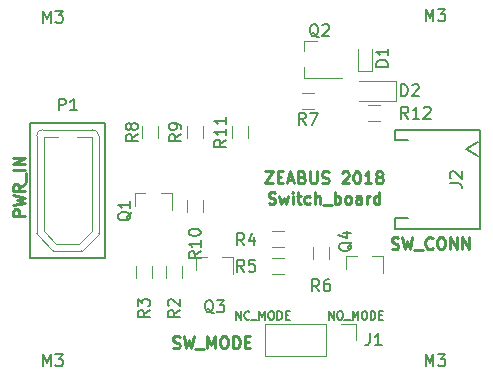
<source format=gto>
G04 #@! TF.FileFunction,Legend,Top*
%FSLAX46Y46*%
G04 Gerber Fmt 4.6, Leading zero omitted, Abs format (unit mm)*
G04 Created by KiCad (PCBNEW 4.0.7) date 02/24/18 20:28:21*
%MOMM*%
%LPD*%
G01*
G04 APERTURE LIST*
%ADD10C,0.100000*%
%ADD11C,0.175000*%
%ADD12C,0.250000*%
%ADD13C,0.120000*%
%ADD14C,0.150000*%
%ADD15C,0.152400*%
%ADD16R,1.300000X1.600000*%
%ADD17R,1.100000X1.000000*%
%ADD18R,1.400000X1.400000*%
%ADD19R,2.100000X2.100000*%
%ADD20O,2.100000X2.100000*%
%ADD21R,2.686000X2.178000*%
%ADD22C,3.956000*%
%ADD23R,1.600000X1.300000*%
%ADD24R,1.200000X2.300000*%
%ADD25R,2.300000X1.200000*%
%ADD26C,3.400000*%
G04 APERTURE END LIST*
D10*
D11*
X166897335Y-135063667D02*
X166897335Y-134363667D01*
X167297335Y-135063667D01*
X167297335Y-134363667D01*
X167764001Y-134363667D02*
X167897334Y-134363667D01*
X167964001Y-134397000D01*
X168030668Y-134463667D01*
X168064001Y-134597000D01*
X168064001Y-134830333D01*
X168030668Y-134963667D01*
X167964001Y-135030333D01*
X167897334Y-135063667D01*
X167764001Y-135063667D01*
X167697334Y-135030333D01*
X167630668Y-134963667D01*
X167597334Y-134830333D01*
X167597334Y-134597000D01*
X167630668Y-134463667D01*
X167697334Y-134397000D01*
X167764001Y-134363667D01*
X168197334Y-135130333D02*
X168730667Y-135130333D01*
X168897334Y-135063667D02*
X168897334Y-134363667D01*
X169130667Y-134863667D01*
X169364000Y-134363667D01*
X169364000Y-135063667D01*
X169830667Y-134363667D02*
X169964000Y-134363667D01*
X170030667Y-134397000D01*
X170097334Y-134463667D01*
X170130667Y-134597000D01*
X170130667Y-134830333D01*
X170097334Y-134963667D01*
X170030667Y-135030333D01*
X169964000Y-135063667D01*
X169830667Y-135063667D01*
X169764000Y-135030333D01*
X169697334Y-134963667D01*
X169664000Y-134830333D01*
X169664000Y-134597000D01*
X169697334Y-134463667D01*
X169764000Y-134397000D01*
X169830667Y-134363667D01*
X170430667Y-135063667D02*
X170430667Y-134363667D01*
X170597333Y-134363667D01*
X170697333Y-134397000D01*
X170764000Y-134463667D01*
X170797333Y-134530333D01*
X170830667Y-134663667D01*
X170830667Y-134763667D01*
X170797333Y-134897000D01*
X170764000Y-134963667D01*
X170697333Y-135030333D01*
X170597333Y-135063667D01*
X170430667Y-135063667D01*
X171130667Y-134697000D02*
X171364000Y-134697000D01*
X171464000Y-135063667D02*
X171130667Y-135063667D01*
X171130667Y-134363667D01*
X171464000Y-134363667D01*
X159040001Y-135063667D02*
X159040001Y-134363667D01*
X159440001Y-135063667D01*
X159440001Y-134363667D01*
X160173334Y-134997000D02*
X160140000Y-135030333D01*
X160040000Y-135063667D01*
X159973334Y-135063667D01*
X159873334Y-135030333D01*
X159806667Y-134963667D01*
X159773334Y-134897000D01*
X159740000Y-134763667D01*
X159740000Y-134663667D01*
X159773334Y-134530333D01*
X159806667Y-134463667D01*
X159873334Y-134397000D01*
X159973334Y-134363667D01*
X160040000Y-134363667D01*
X160140000Y-134397000D01*
X160173334Y-134430333D01*
X160306667Y-135130333D02*
X160840000Y-135130333D01*
X161006667Y-135063667D02*
X161006667Y-134363667D01*
X161240000Y-134863667D01*
X161473333Y-134363667D01*
X161473333Y-135063667D01*
X161940000Y-134363667D02*
X162073333Y-134363667D01*
X162140000Y-134397000D01*
X162206667Y-134463667D01*
X162240000Y-134597000D01*
X162240000Y-134830333D01*
X162206667Y-134963667D01*
X162140000Y-135030333D01*
X162073333Y-135063667D01*
X161940000Y-135063667D01*
X161873333Y-135030333D01*
X161806667Y-134963667D01*
X161773333Y-134830333D01*
X161773333Y-134597000D01*
X161806667Y-134463667D01*
X161873333Y-134397000D01*
X161940000Y-134363667D01*
X162540000Y-135063667D02*
X162540000Y-134363667D01*
X162706666Y-134363667D01*
X162806666Y-134397000D01*
X162873333Y-134463667D01*
X162906666Y-134530333D01*
X162940000Y-134663667D01*
X162940000Y-134763667D01*
X162906666Y-134897000D01*
X162873333Y-134963667D01*
X162806666Y-135030333D01*
X162706666Y-135063667D01*
X162540000Y-135063667D01*
X163240000Y-134697000D02*
X163473333Y-134697000D01*
X163573333Y-135063667D02*
X163240000Y-135063667D01*
X163240000Y-134363667D01*
X163573333Y-134363667D01*
D12*
X153686286Y-137437762D02*
X153829143Y-137485381D01*
X154067239Y-137485381D01*
X154162477Y-137437762D01*
X154210096Y-137390143D01*
X154257715Y-137294905D01*
X154257715Y-137199667D01*
X154210096Y-137104429D01*
X154162477Y-137056810D01*
X154067239Y-137009190D01*
X153876762Y-136961571D01*
X153781524Y-136913952D01*
X153733905Y-136866333D01*
X153686286Y-136771095D01*
X153686286Y-136675857D01*
X153733905Y-136580619D01*
X153781524Y-136533000D01*
X153876762Y-136485381D01*
X154114858Y-136485381D01*
X154257715Y-136533000D01*
X154591048Y-136485381D02*
X154829143Y-137485381D01*
X155019620Y-136771095D01*
X155210096Y-137485381D01*
X155448191Y-136485381D01*
X155591048Y-137580619D02*
X156352953Y-137580619D01*
X156591048Y-137485381D02*
X156591048Y-136485381D01*
X156924382Y-137199667D01*
X157257715Y-136485381D01*
X157257715Y-137485381D01*
X157924381Y-136485381D02*
X158114858Y-136485381D01*
X158210096Y-136533000D01*
X158305334Y-136628238D01*
X158352953Y-136818714D01*
X158352953Y-137152048D01*
X158305334Y-137342524D01*
X158210096Y-137437762D01*
X158114858Y-137485381D01*
X157924381Y-137485381D01*
X157829143Y-137437762D01*
X157733905Y-137342524D01*
X157686286Y-137152048D01*
X157686286Y-136818714D01*
X157733905Y-136628238D01*
X157829143Y-136533000D01*
X157924381Y-136485381D01*
X158781524Y-137485381D02*
X158781524Y-136485381D01*
X159019619Y-136485381D01*
X159162477Y-136533000D01*
X159257715Y-136628238D01*
X159305334Y-136723476D01*
X159352953Y-136913952D01*
X159352953Y-137056810D01*
X159305334Y-137247286D01*
X159257715Y-137342524D01*
X159162477Y-137437762D01*
X159019619Y-137485381D01*
X158781524Y-137485381D01*
X159781524Y-136961571D02*
X160114858Y-136961571D01*
X160257715Y-137485381D02*
X159781524Y-137485381D01*
X159781524Y-136485381D01*
X160257715Y-136485381D01*
X172204476Y-129055762D02*
X172347333Y-129103381D01*
X172585429Y-129103381D01*
X172680667Y-129055762D01*
X172728286Y-129008143D01*
X172775905Y-128912905D01*
X172775905Y-128817667D01*
X172728286Y-128722429D01*
X172680667Y-128674810D01*
X172585429Y-128627190D01*
X172394952Y-128579571D01*
X172299714Y-128531952D01*
X172252095Y-128484333D01*
X172204476Y-128389095D01*
X172204476Y-128293857D01*
X172252095Y-128198619D01*
X172299714Y-128151000D01*
X172394952Y-128103381D01*
X172633048Y-128103381D01*
X172775905Y-128151000D01*
X173109238Y-128103381D02*
X173347333Y-129103381D01*
X173537810Y-128389095D01*
X173728286Y-129103381D01*
X173966381Y-128103381D01*
X174109238Y-129198619D02*
X174871143Y-129198619D01*
X175680667Y-129008143D02*
X175633048Y-129055762D01*
X175490191Y-129103381D01*
X175394953Y-129103381D01*
X175252095Y-129055762D01*
X175156857Y-128960524D01*
X175109238Y-128865286D01*
X175061619Y-128674810D01*
X175061619Y-128531952D01*
X175109238Y-128341476D01*
X175156857Y-128246238D01*
X175252095Y-128151000D01*
X175394953Y-128103381D01*
X175490191Y-128103381D01*
X175633048Y-128151000D01*
X175680667Y-128198619D01*
X176299714Y-128103381D02*
X176490191Y-128103381D01*
X176585429Y-128151000D01*
X176680667Y-128246238D01*
X176728286Y-128436714D01*
X176728286Y-128770048D01*
X176680667Y-128960524D01*
X176585429Y-129055762D01*
X176490191Y-129103381D01*
X176299714Y-129103381D01*
X176204476Y-129055762D01*
X176109238Y-128960524D01*
X176061619Y-128770048D01*
X176061619Y-128436714D01*
X176109238Y-128246238D01*
X176204476Y-128151000D01*
X176299714Y-128103381D01*
X177156857Y-129103381D02*
X177156857Y-128103381D01*
X177728286Y-129103381D01*
X177728286Y-128103381D01*
X178204476Y-129103381D02*
X178204476Y-128103381D01*
X178775905Y-129103381D01*
X178775905Y-128103381D01*
X141168381Y-126301190D02*
X140168381Y-126301190D01*
X140168381Y-125920237D01*
X140216000Y-125824999D01*
X140263619Y-125777380D01*
X140358857Y-125729761D01*
X140501714Y-125729761D01*
X140596952Y-125777380D01*
X140644571Y-125824999D01*
X140692190Y-125920237D01*
X140692190Y-126301190D01*
X140168381Y-125396428D02*
X141168381Y-125158333D01*
X140454095Y-124967856D01*
X141168381Y-124777380D01*
X140168381Y-124539285D01*
X141168381Y-123586904D02*
X140692190Y-123920238D01*
X141168381Y-124158333D02*
X140168381Y-124158333D01*
X140168381Y-123777380D01*
X140216000Y-123682142D01*
X140263619Y-123634523D01*
X140358857Y-123586904D01*
X140501714Y-123586904D01*
X140596952Y-123634523D01*
X140644571Y-123682142D01*
X140692190Y-123777380D01*
X140692190Y-124158333D01*
X141263619Y-123396428D02*
X141263619Y-122634523D01*
X141168381Y-122396428D02*
X140168381Y-122396428D01*
X141168381Y-121920238D02*
X140168381Y-121920238D01*
X141168381Y-121348809D01*
X140168381Y-121348809D01*
X161497000Y-122529381D02*
X162163667Y-122529381D01*
X161497000Y-123529381D01*
X162163667Y-123529381D01*
X162544619Y-123005571D02*
X162877953Y-123005571D01*
X163020810Y-123529381D02*
X162544619Y-123529381D01*
X162544619Y-122529381D01*
X163020810Y-122529381D01*
X163401762Y-123243667D02*
X163877953Y-123243667D01*
X163306524Y-123529381D02*
X163639857Y-122529381D01*
X163973191Y-123529381D01*
X164639858Y-123005571D02*
X164782715Y-123053190D01*
X164830334Y-123100810D01*
X164877953Y-123196048D01*
X164877953Y-123338905D01*
X164830334Y-123434143D01*
X164782715Y-123481762D01*
X164687477Y-123529381D01*
X164306524Y-123529381D01*
X164306524Y-122529381D01*
X164639858Y-122529381D01*
X164735096Y-122577000D01*
X164782715Y-122624619D01*
X164830334Y-122719857D01*
X164830334Y-122815095D01*
X164782715Y-122910333D01*
X164735096Y-122957952D01*
X164639858Y-123005571D01*
X164306524Y-123005571D01*
X165306524Y-122529381D02*
X165306524Y-123338905D01*
X165354143Y-123434143D01*
X165401762Y-123481762D01*
X165497000Y-123529381D01*
X165687477Y-123529381D01*
X165782715Y-123481762D01*
X165830334Y-123434143D01*
X165877953Y-123338905D01*
X165877953Y-122529381D01*
X166306524Y-123481762D02*
X166449381Y-123529381D01*
X166687477Y-123529381D01*
X166782715Y-123481762D01*
X166830334Y-123434143D01*
X166877953Y-123338905D01*
X166877953Y-123243667D01*
X166830334Y-123148429D01*
X166782715Y-123100810D01*
X166687477Y-123053190D01*
X166497000Y-123005571D01*
X166401762Y-122957952D01*
X166354143Y-122910333D01*
X166306524Y-122815095D01*
X166306524Y-122719857D01*
X166354143Y-122624619D01*
X166401762Y-122577000D01*
X166497000Y-122529381D01*
X166735096Y-122529381D01*
X166877953Y-122577000D01*
X168020810Y-122624619D02*
X168068429Y-122577000D01*
X168163667Y-122529381D01*
X168401763Y-122529381D01*
X168497001Y-122577000D01*
X168544620Y-122624619D01*
X168592239Y-122719857D01*
X168592239Y-122815095D01*
X168544620Y-122957952D01*
X167973191Y-123529381D01*
X168592239Y-123529381D01*
X169211286Y-122529381D02*
X169306525Y-122529381D01*
X169401763Y-122577000D01*
X169449382Y-122624619D01*
X169497001Y-122719857D01*
X169544620Y-122910333D01*
X169544620Y-123148429D01*
X169497001Y-123338905D01*
X169449382Y-123434143D01*
X169401763Y-123481762D01*
X169306525Y-123529381D01*
X169211286Y-123529381D01*
X169116048Y-123481762D01*
X169068429Y-123434143D01*
X169020810Y-123338905D01*
X168973191Y-123148429D01*
X168973191Y-122910333D01*
X169020810Y-122719857D01*
X169068429Y-122624619D01*
X169116048Y-122577000D01*
X169211286Y-122529381D01*
X170497001Y-123529381D02*
X169925572Y-123529381D01*
X170211286Y-123529381D02*
X170211286Y-122529381D01*
X170116048Y-122672238D01*
X170020810Y-122767476D01*
X169925572Y-122815095D01*
X171068429Y-122957952D02*
X170973191Y-122910333D01*
X170925572Y-122862714D01*
X170877953Y-122767476D01*
X170877953Y-122719857D01*
X170925572Y-122624619D01*
X170973191Y-122577000D01*
X171068429Y-122529381D01*
X171258906Y-122529381D01*
X171354144Y-122577000D01*
X171401763Y-122624619D01*
X171449382Y-122719857D01*
X171449382Y-122767476D01*
X171401763Y-122862714D01*
X171354144Y-122910333D01*
X171258906Y-122957952D01*
X171068429Y-122957952D01*
X170973191Y-123005571D01*
X170925572Y-123053190D01*
X170877953Y-123148429D01*
X170877953Y-123338905D01*
X170925572Y-123434143D01*
X170973191Y-123481762D01*
X171068429Y-123529381D01*
X171258906Y-123529381D01*
X171354144Y-123481762D01*
X171401763Y-123434143D01*
X171449382Y-123338905D01*
X171449382Y-123148429D01*
X171401763Y-123053190D01*
X171354144Y-123005571D01*
X171258906Y-122957952D01*
X161782714Y-125231762D02*
X161925571Y-125279381D01*
X162163667Y-125279381D01*
X162258905Y-125231762D01*
X162306524Y-125184143D01*
X162354143Y-125088905D01*
X162354143Y-124993667D01*
X162306524Y-124898429D01*
X162258905Y-124850810D01*
X162163667Y-124803190D01*
X161973190Y-124755571D01*
X161877952Y-124707952D01*
X161830333Y-124660333D01*
X161782714Y-124565095D01*
X161782714Y-124469857D01*
X161830333Y-124374619D01*
X161877952Y-124327000D01*
X161973190Y-124279381D01*
X162211286Y-124279381D01*
X162354143Y-124327000D01*
X162687476Y-124612714D02*
X162877952Y-125279381D01*
X163068429Y-124803190D01*
X163258905Y-125279381D01*
X163449381Y-124612714D01*
X163830333Y-125279381D02*
X163830333Y-124612714D01*
X163830333Y-124279381D02*
X163782714Y-124327000D01*
X163830333Y-124374619D01*
X163877952Y-124327000D01*
X163830333Y-124279381D01*
X163830333Y-124374619D01*
X164163666Y-124612714D02*
X164544618Y-124612714D01*
X164306523Y-124279381D02*
X164306523Y-125136524D01*
X164354142Y-125231762D01*
X164449380Y-125279381D01*
X164544618Y-125279381D01*
X165306524Y-125231762D02*
X165211286Y-125279381D01*
X165020809Y-125279381D01*
X164925571Y-125231762D01*
X164877952Y-125184143D01*
X164830333Y-125088905D01*
X164830333Y-124803190D01*
X164877952Y-124707952D01*
X164925571Y-124660333D01*
X165020809Y-124612714D01*
X165211286Y-124612714D01*
X165306524Y-124660333D01*
X165735095Y-125279381D02*
X165735095Y-124279381D01*
X166163667Y-125279381D02*
X166163667Y-124755571D01*
X166116048Y-124660333D01*
X166020810Y-124612714D01*
X165877952Y-124612714D01*
X165782714Y-124660333D01*
X165735095Y-124707952D01*
X166401762Y-125374619D02*
X167163667Y-125374619D01*
X167401762Y-125279381D02*
X167401762Y-124279381D01*
X167401762Y-124660333D02*
X167497000Y-124612714D01*
X167687477Y-124612714D01*
X167782715Y-124660333D01*
X167830334Y-124707952D01*
X167877953Y-124803190D01*
X167877953Y-125088905D01*
X167830334Y-125184143D01*
X167782715Y-125231762D01*
X167687477Y-125279381D01*
X167497000Y-125279381D01*
X167401762Y-125231762D01*
X168449381Y-125279381D02*
X168354143Y-125231762D01*
X168306524Y-125184143D01*
X168258905Y-125088905D01*
X168258905Y-124803190D01*
X168306524Y-124707952D01*
X168354143Y-124660333D01*
X168449381Y-124612714D01*
X168592239Y-124612714D01*
X168687477Y-124660333D01*
X168735096Y-124707952D01*
X168782715Y-124803190D01*
X168782715Y-125088905D01*
X168735096Y-125184143D01*
X168687477Y-125231762D01*
X168592239Y-125279381D01*
X168449381Y-125279381D01*
X169639858Y-125279381D02*
X169639858Y-124755571D01*
X169592239Y-124660333D01*
X169497001Y-124612714D01*
X169306524Y-124612714D01*
X169211286Y-124660333D01*
X169639858Y-125231762D02*
X169544620Y-125279381D01*
X169306524Y-125279381D01*
X169211286Y-125231762D01*
X169163667Y-125136524D01*
X169163667Y-125041286D01*
X169211286Y-124946048D01*
X169306524Y-124898429D01*
X169544620Y-124898429D01*
X169639858Y-124850810D01*
X170116048Y-125279381D02*
X170116048Y-124612714D01*
X170116048Y-124803190D02*
X170163667Y-124707952D01*
X170211286Y-124660333D01*
X170306524Y-124612714D01*
X170401763Y-124612714D01*
X171163668Y-125279381D02*
X171163668Y-124279381D01*
X171163668Y-125231762D02*
X171068430Y-125279381D01*
X170877953Y-125279381D01*
X170782715Y-125231762D01*
X170735096Y-125184143D01*
X170687477Y-125088905D01*
X170687477Y-124803190D01*
X170735096Y-124707952D01*
X170782715Y-124660333D01*
X170877953Y-124612714D01*
X171068430Y-124612714D01*
X171163668Y-124660333D01*
D13*
X150577000Y-131521000D02*
X150577000Y-130521000D01*
X151937000Y-130521000D02*
X151937000Y-131521000D01*
X169326000Y-113988000D02*
X170526000Y-113988000D01*
X169326000Y-112138000D02*
X169326000Y-113988000D01*
X170526000Y-112138000D02*
X170526000Y-113988000D01*
X172588000Y-116547000D02*
X172588000Y-114847000D01*
X172588000Y-114847000D02*
X169438000Y-114847000D01*
X172588000Y-116547000D02*
X169438000Y-116547000D01*
X161484000Y-135449000D02*
X161484000Y-138109000D01*
X166624000Y-135449000D02*
X161484000Y-135449000D01*
X166624000Y-138109000D02*
X161484000Y-138109000D01*
X166624000Y-135449000D02*
X166624000Y-138109000D01*
X167894000Y-135449000D02*
X169224000Y-135449000D01*
X169224000Y-135449000D02*
X169224000Y-136779000D01*
D14*
X172493000Y-126490000D02*
X173609000Y-126490000D01*
X172493000Y-119890000D02*
X173609000Y-119890000D01*
D15*
X172493000Y-118975000D02*
X179703000Y-118975000D01*
X172493000Y-127405000D02*
X172493000Y-126490000D01*
D14*
X178495600Y-120648100D02*
X179495600Y-120048100D01*
X178495600Y-120648100D02*
X179495600Y-121248100D01*
D15*
X172493000Y-118975000D02*
X172493000Y-119890000D01*
X179703000Y-127405000D02*
X179703000Y-118975000D01*
X172493000Y-127405000D02*
X179703000Y-127405000D01*
D14*
X147970000Y-118415000D02*
X141560000Y-118415000D01*
X147970000Y-118415000D02*
X147980000Y-129825000D01*
D10*
X146903820Y-118991900D02*
X142653820Y-118991900D01*
X142153820Y-119491900D02*
X142153820Y-127783717D01*
X142159555Y-127797736D02*
X143572942Y-129235919D01*
X143587206Y-129241900D02*
X145970434Y-129241900D01*
X145984698Y-129235919D02*
X147398085Y-127797736D01*
X147403820Y-127783717D02*
X147403820Y-119491900D01*
X142159555Y-127797736D02*
G75*
G02X142153820Y-127783717I14265J14019D01*
G01*
X143587207Y-129241900D02*
G75*
G02X143572942Y-129235919I-1J20000D01*
G01*
X145984699Y-129235919D02*
G75*
G02X145970434Y-129241900I-14265J14019D01*
G01*
X146903820Y-118991900D02*
G75*
G02X147403820Y-119491900I0J-500000D01*
G01*
X143830410Y-128641900D02*
X145727230Y-128641900D01*
X142753820Y-119591900D02*
X142753820Y-127546423D01*
X145727230Y-128641900D02*
X146803820Y-127546423D01*
X146803820Y-119591900D02*
X146803820Y-122445679D01*
X146803820Y-127538240D02*
X146803820Y-119611900D01*
X143830410Y-128641900D02*
X142753820Y-127546423D01*
X142753820Y-119591900D02*
X146803820Y-119591900D01*
X143912433Y-127116273D02*
G75*
G02X143778820Y-126616900I866387J499373D01*
G01*
X145778820Y-126616900D02*
G75*
G02X145644845Y-127116900I-1000000J0D01*
G01*
X145778820Y-121489900D02*
G75*
G02X143778820Y-121489900I-1000000J0D01*
G01*
X145645207Y-120990527D02*
G75*
G02X145778820Y-121489900I-866387J-499373D01*
G01*
X143778820Y-121489900D02*
G75*
G02X143912795Y-120989900I1000000J0D01*
G01*
X143778820Y-126616900D02*
G75*
G02X145778820Y-126616900I1000000J0D01*
G01*
X145644846Y-127116900D02*
G75*
G02X143912795Y-127116900I-866026J500000D01*
G01*
X143912794Y-120989900D02*
G75*
G02X145644845Y-120989900I866026J-500000D01*
G01*
X142153820Y-119491900D02*
G75*
G02X142653820Y-118991900I500000J0D01*
G01*
X146903820Y-118991900D02*
G75*
G02X147403820Y-119491900I0J-500000D01*
G01*
X146903820Y-118991900D02*
G75*
G02X147403820Y-119491900I0J-500000D01*
G01*
X147403821Y-127783717D02*
G75*
G02X147398085Y-127797736I-20001J0D01*
G01*
X145984699Y-129235919D02*
G75*
G02X145970434Y-129241900I-14265J14019D01*
G01*
X143587207Y-129241900D02*
G75*
G02X143572942Y-129235919I-1J20000D01*
G01*
X142159555Y-127797736D02*
G75*
G02X142153820Y-127783717I14265J14019D01*
G01*
X145778820Y-121489900D02*
G75*
G02X143778820Y-121489900I-1000000J0D01*
G01*
X145645207Y-120990527D02*
G75*
G02X145778820Y-121489900I-866387J-499373D01*
G01*
X143778820Y-121489900D02*
G75*
G02X143912795Y-120989900I1000000J0D01*
G01*
X143778820Y-126616900D02*
G75*
G02X145778820Y-126616900I1000000J0D01*
G01*
X145644846Y-127116900D02*
G75*
G02X143912795Y-127116900I-866026J500000D01*
G01*
X143912794Y-120989900D02*
G75*
G02X145644845Y-120989900I866026J-500000D01*
G01*
X142153820Y-119491900D02*
G75*
G02X142653820Y-118991900I500000J0D01*
G01*
X146903820Y-118991900D02*
G75*
G02X147403820Y-119491900I0J-500000D01*
G01*
X146903820Y-118991900D02*
G75*
G02X147403820Y-119491900I0J-500000D01*
G01*
X147403821Y-127783717D02*
G75*
G02X147398085Y-127797736I-20001J0D01*
G01*
X145984699Y-129235919D02*
G75*
G02X145970434Y-129241900I-14265J14019D01*
G01*
X143587207Y-129241900D02*
G75*
G02X143572942Y-129235919I-1J20000D01*
G01*
X142159555Y-127797736D02*
G75*
G02X142153820Y-127783717I14265J14019D01*
G01*
X146903820Y-118991900D02*
X142653820Y-118991900D01*
X142153820Y-119491900D02*
X142153820Y-127783717D01*
X142159555Y-127797736D02*
X143572942Y-129235919D01*
X143587206Y-129241900D02*
X145970434Y-129241900D01*
X145984698Y-129235919D02*
X147398085Y-127797736D01*
X147403820Y-127783717D02*
X147403820Y-119491900D01*
X142159555Y-127797736D02*
G75*
G02X142153820Y-127783717I14265J14019D01*
G01*
X143587207Y-129241900D02*
G75*
G02X143572942Y-129235919I-1J20000D01*
G01*
X145984699Y-129235919D02*
G75*
G02X145970434Y-129241900I-14265J14019D01*
G01*
X146903820Y-118991900D02*
G75*
G02X147403820Y-119491900I0J-500000D01*
G01*
X143830410Y-128641900D02*
X145727230Y-128641900D01*
X142753820Y-119591900D02*
X142753820Y-127546423D01*
X145727230Y-128641900D02*
X146803820Y-127546423D01*
X146803820Y-119591900D02*
X146803820Y-122445679D01*
X146803820Y-127538240D02*
X146803820Y-119611900D01*
X143830410Y-128641900D02*
X142753820Y-127546423D01*
X142753820Y-119591900D02*
X146803820Y-119591900D01*
X143912433Y-127116273D02*
G75*
G02X143778820Y-126616900I866387J499373D01*
G01*
X145778820Y-126616900D02*
G75*
G02X145644845Y-127116900I-1000000J0D01*
G01*
D14*
X147970000Y-118415000D02*
X147980000Y-129825000D01*
X141560000Y-118415000D02*
X141570000Y-129825000D01*
X141560000Y-118415000D02*
X141570000Y-129825000D01*
X147980000Y-129825000D02*
X141570000Y-129825000D01*
D13*
X153117000Y-131564000D02*
X153117000Y-130564000D01*
X154477000Y-130564000D02*
X154477000Y-131564000D01*
X163060000Y-128950000D02*
X162060000Y-128950000D01*
X162060000Y-127590000D02*
X163060000Y-127590000D01*
X162060000Y-129876000D02*
X163060000Y-129876000D01*
X163060000Y-131236000D02*
X162060000Y-131236000D01*
X166923000Y-128913000D02*
X166923000Y-129913000D01*
X165563000Y-129913000D02*
X165563000Y-128913000D01*
X164600000Y-115906000D02*
X165600000Y-115906000D01*
X165600000Y-117266000D02*
X164600000Y-117266000D01*
X151085000Y-119710000D02*
X151085000Y-118710000D01*
X152445000Y-118710000D02*
X152445000Y-119710000D01*
X154895000Y-119710000D02*
X154895000Y-118710000D01*
X156255000Y-118710000D02*
X156255000Y-119710000D01*
X156255000Y-124933000D02*
X156255000Y-125933000D01*
X154895000Y-125933000D02*
X154895000Y-124933000D01*
X158705000Y-119710000D02*
X158705000Y-118710000D01*
X160065000Y-118710000D02*
X160065000Y-119710000D01*
X171188000Y-118282000D02*
X170188000Y-118282000D01*
X170188000Y-116922000D02*
X171188000Y-116922000D01*
X153599000Y-124335000D02*
X152669000Y-124335000D01*
X150439000Y-124335000D02*
X151369000Y-124335000D01*
X150439000Y-124335000D02*
X150439000Y-127495000D01*
X153599000Y-124335000D02*
X153599000Y-125795000D01*
X164824000Y-111450000D02*
X164824000Y-112380000D01*
X164824000Y-114610000D02*
X164824000Y-113680000D01*
X164824000Y-114610000D02*
X167984000Y-114610000D01*
X164824000Y-111450000D02*
X166284000Y-111450000D01*
X158806000Y-129772000D02*
X157876000Y-129772000D01*
X155646000Y-129772000D02*
X156576000Y-129772000D01*
X155646000Y-129772000D02*
X155646000Y-132932000D01*
X158806000Y-129772000D02*
X158806000Y-131232000D01*
X171506000Y-129669000D02*
X170576000Y-129669000D01*
X168346000Y-129669000D02*
X169276000Y-129669000D01*
X168346000Y-129669000D02*
X168346000Y-132829000D01*
X171506000Y-129669000D02*
X171506000Y-131129000D01*
D14*
X151709381Y-134278666D02*
X151233190Y-134612000D01*
X151709381Y-134850095D02*
X150709381Y-134850095D01*
X150709381Y-134469142D01*
X150757000Y-134373904D01*
X150804619Y-134326285D01*
X150899857Y-134278666D01*
X151042714Y-134278666D01*
X151137952Y-134326285D01*
X151185571Y-134373904D01*
X151233190Y-134469142D01*
X151233190Y-134850095D01*
X150709381Y-133945333D02*
X150709381Y-133326285D01*
X151090333Y-133659619D01*
X151090333Y-133516761D01*
X151137952Y-133421523D01*
X151185571Y-133373904D01*
X151280810Y-133326285D01*
X151518905Y-133326285D01*
X151614143Y-133373904D01*
X151661762Y-133421523D01*
X151709381Y-133516761D01*
X151709381Y-133802476D01*
X151661762Y-133897714D01*
X151614143Y-133945333D01*
X171902381Y-113641095D02*
X170902381Y-113641095D01*
X170902381Y-113403000D01*
X170950000Y-113260142D01*
X171045238Y-113164904D01*
X171140476Y-113117285D01*
X171330952Y-113069666D01*
X171473810Y-113069666D01*
X171664286Y-113117285D01*
X171759524Y-113164904D01*
X171854762Y-113260142D01*
X171902381Y-113403000D01*
X171902381Y-113641095D01*
X171902381Y-112117285D02*
X171902381Y-112688714D01*
X171902381Y-112403000D02*
X170902381Y-112403000D01*
X171045238Y-112498238D01*
X171140476Y-112593476D01*
X171188095Y-112688714D01*
X172997905Y-116149381D02*
X172997905Y-115149381D01*
X173236000Y-115149381D01*
X173378858Y-115197000D01*
X173474096Y-115292238D01*
X173521715Y-115387476D01*
X173569334Y-115577952D01*
X173569334Y-115720810D01*
X173521715Y-115911286D01*
X173474096Y-116006524D01*
X173378858Y-116101762D01*
X173236000Y-116149381D01*
X172997905Y-116149381D01*
X173950286Y-115244619D02*
X173997905Y-115197000D01*
X174093143Y-115149381D01*
X174331239Y-115149381D01*
X174426477Y-115197000D01*
X174474096Y-115244619D01*
X174521715Y-115339857D01*
X174521715Y-115435095D01*
X174474096Y-115577952D01*
X173902667Y-116149381D01*
X174521715Y-116149381D01*
X170354667Y-136231381D02*
X170354667Y-136945667D01*
X170307047Y-137088524D01*
X170211809Y-137183762D01*
X170068952Y-137231381D01*
X169973714Y-137231381D01*
X171354667Y-137231381D02*
X170783238Y-137231381D01*
X171068952Y-137231381D02*
X171068952Y-136231381D01*
X170973714Y-136374238D01*
X170878476Y-136469476D01*
X170783238Y-136517095D01*
X177125381Y-123523333D02*
X177839667Y-123523333D01*
X177982524Y-123570953D01*
X178077762Y-123666191D01*
X178125381Y-123809048D01*
X178125381Y-123904286D01*
X177220619Y-123094762D02*
X177173000Y-123047143D01*
X177125381Y-122951905D01*
X177125381Y-122713809D01*
X177173000Y-122618571D01*
X177220619Y-122570952D01*
X177315857Y-122523333D01*
X177411095Y-122523333D01*
X177553952Y-122570952D01*
X178125381Y-123142381D01*
X178125381Y-122523333D01*
X144041905Y-117357381D02*
X144041905Y-116357381D01*
X144422858Y-116357381D01*
X144518096Y-116405000D01*
X144565715Y-116452619D01*
X144613334Y-116547857D01*
X144613334Y-116690714D01*
X144565715Y-116785952D01*
X144518096Y-116833571D01*
X144422858Y-116881190D01*
X144041905Y-116881190D01*
X145565715Y-117357381D02*
X144994286Y-117357381D01*
X145280000Y-117357381D02*
X145280000Y-116357381D01*
X145184762Y-116500238D01*
X145089524Y-116595476D01*
X144994286Y-116643095D01*
X154249381Y-134278666D02*
X153773190Y-134612000D01*
X154249381Y-134850095D02*
X153249381Y-134850095D01*
X153249381Y-134469142D01*
X153297000Y-134373904D01*
X153344619Y-134326285D01*
X153439857Y-134278666D01*
X153582714Y-134278666D01*
X153677952Y-134326285D01*
X153725571Y-134373904D01*
X153773190Y-134469142D01*
X153773190Y-134850095D01*
X153344619Y-133897714D02*
X153297000Y-133850095D01*
X153249381Y-133754857D01*
X153249381Y-133516761D01*
X153297000Y-133421523D01*
X153344619Y-133373904D01*
X153439857Y-133326285D01*
X153535095Y-133326285D01*
X153677952Y-133373904D01*
X154249381Y-133945333D01*
X154249381Y-133326285D01*
X159726334Y-128773181D02*
X159393000Y-128296990D01*
X159154905Y-128773181D02*
X159154905Y-127773181D01*
X159535858Y-127773181D01*
X159631096Y-127820800D01*
X159678715Y-127868419D01*
X159726334Y-127963657D01*
X159726334Y-128106514D01*
X159678715Y-128201752D01*
X159631096Y-128249371D01*
X159535858Y-128296990D01*
X159154905Y-128296990D01*
X160583477Y-128106514D02*
X160583477Y-128773181D01*
X160345381Y-127725562D02*
X160107286Y-128439848D01*
X160726334Y-128439848D01*
X159726334Y-131008381D02*
X159393000Y-130532190D01*
X159154905Y-131008381D02*
X159154905Y-130008381D01*
X159535858Y-130008381D01*
X159631096Y-130056000D01*
X159678715Y-130103619D01*
X159726334Y-130198857D01*
X159726334Y-130341714D01*
X159678715Y-130436952D01*
X159631096Y-130484571D01*
X159535858Y-130532190D01*
X159154905Y-130532190D01*
X160631096Y-130008381D02*
X160154905Y-130008381D01*
X160107286Y-130484571D01*
X160154905Y-130436952D01*
X160250143Y-130389333D01*
X160488239Y-130389333D01*
X160583477Y-130436952D01*
X160631096Y-130484571D01*
X160678715Y-130579810D01*
X160678715Y-130817905D01*
X160631096Y-130913143D01*
X160583477Y-130960762D01*
X160488239Y-131008381D01*
X160250143Y-131008381D01*
X160154905Y-130960762D01*
X160107286Y-130913143D01*
X166076334Y-132659381D02*
X165743000Y-132183190D01*
X165504905Y-132659381D02*
X165504905Y-131659381D01*
X165885858Y-131659381D01*
X165981096Y-131707000D01*
X166028715Y-131754619D01*
X166076334Y-131849857D01*
X166076334Y-131992714D01*
X166028715Y-132087952D01*
X165981096Y-132135571D01*
X165885858Y-132183190D01*
X165504905Y-132183190D01*
X166933477Y-131659381D02*
X166743000Y-131659381D01*
X166647762Y-131707000D01*
X166600143Y-131754619D01*
X166504905Y-131897476D01*
X166457286Y-132087952D01*
X166457286Y-132468905D01*
X166504905Y-132564143D01*
X166552524Y-132611762D01*
X166647762Y-132659381D01*
X166838239Y-132659381D01*
X166933477Y-132611762D01*
X166981096Y-132564143D01*
X167028715Y-132468905D01*
X167028715Y-132230810D01*
X166981096Y-132135571D01*
X166933477Y-132087952D01*
X166838239Y-132040333D01*
X166647762Y-132040333D01*
X166552524Y-132087952D01*
X166504905Y-132135571D01*
X166457286Y-132230810D01*
X164933334Y-118562381D02*
X164600000Y-118086190D01*
X164361905Y-118562381D02*
X164361905Y-117562381D01*
X164742858Y-117562381D01*
X164838096Y-117610000D01*
X164885715Y-117657619D01*
X164933334Y-117752857D01*
X164933334Y-117895714D01*
X164885715Y-117990952D01*
X164838096Y-118038571D01*
X164742858Y-118086190D01*
X164361905Y-118086190D01*
X165266667Y-117562381D02*
X165933334Y-117562381D01*
X165504762Y-118562381D01*
X150693381Y-119376666D02*
X150217190Y-119710000D01*
X150693381Y-119948095D02*
X149693381Y-119948095D01*
X149693381Y-119567142D01*
X149741000Y-119471904D01*
X149788619Y-119424285D01*
X149883857Y-119376666D01*
X150026714Y-119376666D01*
X150121952Y-119424285D01*
X150169571Y-119471904D01*
X150217190Y-119567142D01*
X150217190Y-119948095D01*
X150121952Y-118805238D02*
X150074333Y-118900476D01*
X150026714Y-118948095D01*
X149931476Y-118995714D01*
X149883857Y-118995714D01*
X149788619Y-118948095D01*
X149741000Y-118900476D01*
X149693381Y-118805238D01*
X149693381Y-118614761D01*
X149741000Y-118519523D01*
X149788619Y-118471904D01*
X149883857Y-118424285D01*
X149931476Y-118424285D01*
X150026714Y-118471904D01*
X150074333Y-118519523D01*
X150121952Y-118614761D01*
X150121952Y-118805238D01*
X150169571Y-118900476D01*
X150217190Y-118948095D01*
X150312429Y-118995714D01*
X150502905Y-118995714D01*
X150598143Y-118948095D01*
X150645762Y-118900476D01*
X150693381Y-118805238D01*
X150693381Y-118614761D01*
X150645762Y-118519523D01*
X150598143Y-118471904D01*
X150502905Y-118424285D01*
X150312429Y-118424285D01*
X150217190Y-118471904D01*
X150169571Y-118519523D01*
X150121952Y-118614761D01*
X154376381Y-119376666D02*
X153900190Y-119710000D01*
X154376381Y-119948095D02*
X153376381Y-119948095D01*
X153376381Y-119567142D01*
X153424000Y-119471904D01*
X153471619Y-119424285D01*
X153566857Y-119376666D01*
X153709714Y-119376666D01*
X153804952Y-119424285D01*
X153852571Y-119471904D01*
X153900190Y-119567142D01*
X153900190Y-119948095D01*
X154376381Y-118900476D02*
X154376381Y-118710000D01*
X154328762Y-118614761D01*
X154281143Y-118567142D01*
X154138286Y-118471904D01*
X153947810Y-118424285D01*
X153566857Y-118424285D01*
X153471619Y-118471904D01*
X153424000Y-118519523D01*
X153376381Y-118614761D01*
X153376381Y-118805238D01*
X153424000Y-118900476D01*
X153471619Y-118948095D01*
X153566857Y-118995714D01*
X153804952Y-118995714D01*
X153900190Y-118948095D01*
X153947810Y-118900476D01*
X153995429Y-118805238D01*
X153995429Y-118614761D01*
X153947810Y-118519523D01*
X153900190Y-118471904D01*
X153804952Y-118424285D01*
X156027381Y-129293857D02*
X155551190Y-129627191D01*
X156027381Y-129865286D02*
X155027381Y-129865286D01*
X155027381Y-129484333D01*
X155075000Y-129389095D01*
X155122619Y-129341476D01*
X155217857Y-129293857D01*
X155360714Y-129293857D01*
X155455952Y-129341476D01*
X155503571Y-129389095D01*
X155551190Y-129484333D01*
X155551190Y-129865286D01*
X156027381Y-128341476D02*
X156027381Y-128912905D01*
X156027381Y-128627191D02*
X155027381Y-128627191D01*
X155170238Y-128722429D01*
X155265476Y-128817667D01*
X155313095Y-128912905D01*
X155027381Y-127722429D02*
X155027381Y-127627190D01*
X155075000Y-127531952D01*
X155122619Y-127484333D01*
X155217857Y-127436714D01*
X155408333Y-127389095D01*
X155646429Y-127389095D01*
X155836905Y-127436714D01*
X155932143Y-127484333D01*
X155979762Y-127531952D01*
X156027381Y-127627190D01*
X156027381Y-127722429D01*
X155979762Y-127817667D01*
X155932143Y-127865286D01*
X155836905Y-127912905D01*
X155646429Y-127960524D01*
X155408333Y-127960524D01*
X155217857Y-127912905D01*
X155122619Y-127865286D01*
X155075000Y-127817667D01*
X155027381Y-127722429D01*
X158186381Y-119852857D02*
X157710190Y-120186191D01*
X158186381Y-120424286D02*
X157186381Y-120424286D01*
X157186381Y-120043333D01*
X157234000Y-119948095D01*
X157281619Y-119900476D01*
X157376857Y-119852857D01*
X157519714Y-119852857D01*
X157614952Y-119900476D01*
X157662571Y-119948095D01*
X157710190Y-120043333D01*
X157710190Y-120424286D01*
X158186381Y-118900476D02*
X158186381Y-119471905D01*
X158186381Y-119186191D02*
X157186381Y-119186191D01*
X157329238Y-119281429D01*
X157424476Y-119376667D01*
X157472095Y-119471905D01*
X158186381Y-117948095D02*
X158186381Y-118519524D01*
X158186381Y-118233810D02*
X157186381Y-118233810D01*
X157329238Y-118329048D01*
X157424476Y-118424286D01*
X157472095Y-118519524D01*
X173601143Y-118054381D02*
X173267809Y-117578190D01*
X173029714Y-118054381D02*
X173029714Y-117054381D01*
X173410667Y-117054381D01*
X173505905Y-117102000D01*
X173553524Y-117149619D01*
X173601143Y-117244857D01*
X173601143Y-117387714D01*
X173553524Y-117482952D01*
X173505905Y-117530571D01*
X173410667Y-117578190D01*
X173029714Y-117578190D01*
X174553524Y-118054381D02*
X173982095Y-118054381D01*
X174267809Y-118054381D02*
X174267809Y-117054381D01*
X174172571Y-117197238D01*
X174077333Y-117292476D01*
X173982095Y-117340095D01*
X174934476Y-117149619D02*
X174982095Y-117102000D01*
X175077333Y-117054381D01*
X175315429Y-117054381D01*
X175410667Y-117102000D01*
X175458286Y-117149619D01*
X175505905Y-117244857D01*
X175505905Y-117340095D01*
X175458286Y-117482952D01*
X174886857Y-118054381D01*
X175505905Y-118054381D01*
X150153619Y-125952238D02*
X150106000Y-126047476D01*
X150010762Y-126142714D01*
X149867905Y-126285571D01*
X149820286Y-126380810D01*
X149820286Y-126476048D01*
X150058381Y-126428429D02*
X150010762Y-126523667D01*
X149915524Y-126618905D01*
X149725048Y-126666524D01*
X149391714Y-126666524D01*
X149201238Y-126618905D01*
X149106000Y-126523667D01*
X149058381Y-126428429D01*
X149058381Y-126237952D01*
X149106000Y-126142714D01*
X149201238Y-126047476D01*
X149391714Y-125999857D01*
X149725048Y-125999857D01*
X149915524Y-126047476D01*
X150010762Y-126142714D01*
X150058381Y-126237952D01*
X150058381Y-126428429D01*
X150058381Y-125047476D02*
X150058381Y-125618905D01*
X150058381Y-125333191D02*
X149058381Y-125333191D01*
X149201238Y-125428429D01*
X149296476Y-125523667D01*
X149344095Y-125618905D01*
X166020762Y-111164619D02*
X165925524Y-111117000D01*
X165830286Y-111021762D01*
X165687429Y-110878905D01*
X165592190Y-110831286D01*
X165496952Y-110831286D01*
X165544571Y-111069381D02*
X165449333Y-111021762D01*
X165354095Y-110926524D01*
X165306476Y-110736048D01*
X165306476Y-110402714D01*
X165354095Y-110212238D01*
X165449333Y-110117000D01*
X165544571Y-110069381D01*
X165735048Y-110069381D01*
X165830286Y-110117000D01*
X165925524Y-110212238D01*
X165973143Y-110402714D01*
X165973143Y-110736048D01*
X165925524Y-110926524D01*
X165830286Y-111021762D01*
X165735048Y-111069381D01*
X165544571Y-111069381D01*
X166354095Y-110164619D02*
X166401714Y-110117000D01*
X166496952Y-110069381D01*
X166735048Y-110069381D01*
X166830286Y-110117000D01*
X166877905Y-110164619D01*
X166925524Y-110259857D01*
X166925524Y-110355095D01*
X166877905Y-110497952D01*
X166306476Y-111069381D01*
X166925524Y-111069381D01*
X157130762Y-134532619D02*
X157035524Y-134485000D01*
X156940286Y-134389762D01*
X156797429Y-134246905D01*
X156702190Y-134199286D01*
X156606952Y-134199286D01*
X156654571Y-134437381D02*
X156559333Y-134389762D01*
X156464095Y-134294524D01*
X156416476Y-134104048D01*
X156416476Y-133770714D01*
X156464095Y-133580238D01*
X156559333Y-133485000D01*
X156654571Y-133437381D01*
X156845048Y-133437381D01*
X156940286Y-133485000D01*
X157035524Y-133580238D01*
X157083143Y-133770714D01*
X157083143Y-134104048D01*
X157035524Y-134294524D01*
X156940286Y-134389762D01*
X156845048Y-134437381D01*
X156654571Y-134437381D01*
X157416476Y-133437381D02*
X158035524Y-133437381D01*
X157702190Y-133818333D01*
X157845048Y-133818333D01*
X157940286Y-133865952D01*
X157987905Y-133913571D01*
X158035524Y-134008810D01*
X158035524Y-134246905D01*
X157987905Y-134342143D01*
X157940286Y-134389762D01*
X157845048Y-134437381D01*
X157559333Y-134437381D01*
X157464095Y-134389762D01*
X157416476Y-134342143D01*
X168848019Y-128517638D02*
X168800400Y-128612876D01*
X168705162Y-128708114D01*
X168562305Y-128850971D01*
X168514686Y-128946210D01*
X168514686Y-129041448D01*
X168752781Y-128993829D02*
X168705162Y-129089067D01*
X168609924Y-129184305D01*
X168419448Y-129231924D01*
X168086114Y-129231924D01*
X167895638Y-129184305D01*
X167800400Y-129089067D01*
X167752781Y-128993829D01*
X167752781Y-128803352D01*
X167800400Y-128708114D01*
X167895638Y-128612876D01*
X168086114Y-128565257D01*
X168419448Y-128565257D01*
X168609924Y-128612876D01*
X168705162Y-128708114D01*
X168752781Y-128803352D01*
X168752781Y-128993829D01*
X168086114Y-127708114D02*
X168752781Y-127708114D01*
X167705162Y-127946210D02*
X168419448Y-128184305D01*
X168419448Y-127565257D01*
X142700476Y-139009381D02*
X142700476Y-138009381D01*
X143033810Y-138723667D01*
X143367143Y-138009381D01*
X143367143Y-139009381D01*
X143748095Y-138009381D02*
X144367143Y-138009381D01*
X144033809Y-138390333D01*
X144176667Y-138390333D01*
X144271905Y-138437952D01*
X144319524Y-138485571D01*
X144367143Y-138580810D01*
X144367143Y-138818905D01*
X144319524Y-138914143D01*
X144271905Y-138961762D01*
X144176667Y-139009381D01*
X143890952Y-139009381D01*
X143795714Y-138961762D01*
X143748095Y-138914143D01*
X142700476Y-109926381D02*
X142700476Y-108926381D01*
X143033810Y-109640667D01*
X143367143Y-108926381D01*
X143367143Y-109926381D01*
X143748095Y-108926381D02*
X144367143Y-108926381D01*
X144033809Y-109307333D01*
X144176667Y-109307333D01*
X144271905Y-109354952D01*
X144319524Y-109402571D01*
X144367143Y-109497810D01*
X144367143Y-109735905D01*
X144319524Y-109831143D01*
X144271905Y-109878762D01*
X144176667Y-109926381D01*
X143890952Y-109926381D01*
X143795714Y-109878762D01*
X143748095Y-109831143D01*
X175085476Y-109799381D02*
X175085476Y-108799381D01*
X175418810Y-109513667D01*
X175752143Y-108799381D01*
X175752143Y-109799381D01*
X176133095Y-108799381D02*
X176752143Y-108799381D01*
X176418809Y-109180333D01*
X176561667Y-109180333D01*
X176656905Y-109227952D01*
X176704524Y-109275571D01*
X176752143Y-109370810D01*
X176752143Y-109608905D01*
X176704524Y-109704143D01*
X176656905Y-109751762D01*
X176561667Y-109799381D01*
X176275952Y-109799381D01*
X176180714Y-109751762D01*
X176133095Y-109704143D01*
X175085476Y-139009381D02*
X175085476Y-138009381D01*
X175418810Y-138723667D01*
X175752143Y-138009381D01*
X175752143Y-139009381D01*
X176133095Y-138009381D02*
X176752143Y-138009381D01*
X176418809Y-138390333D01*
X176561667Y-138390333D01*
X176656905Y-138437952D01*
X176704524Y-138485571D01*
X176752143Y-138580810D01*
X176752143Y-138818905D01*
X176704524Y-138914143D01*
X176656905Y-138961762D01*
X176561667Y-139009381D01*
X176275952Y-139009381D01*
X176180714Y-138961762D01*
X176133095Y-138914143D01*
%LPC*%
D16*
X151257000Y-129921000D03*
X151257000Y-132121000D03*
D17*
X169926000Y-112138000D03*
X169926000Y-113538000D03*
D18*
X171938000Y-115697000D03*
X169438000Y-115697000D03*
D19*
X167894000Y-136779000D03*
D20*
X165354000Y-136779000D03*
X162814000Y-136779000D03*
D21*
X175133000Y-124460000D03*
X175133000Y-121920000D03*
D22*
X144780000Y-126619000D03*
X144780000Y-121488200D03*
D16*
X153797000Y-129964000D03*
X153797000Y-132164000D03*
D23*
X161460000Y-128270000D03*
X163660000Y-128270000D03*
X163660000Y-130556000D03*
X161460000Y-130556000D03*
D16*
X166243000Y-130513000D03*
X166243000Y-128313000D03*
D23*
X166200000Y-116586000D03*
X164000000Y-116586000D03*
D16*
X151765000Y-118110000D03*
X151765000Y-120310000D03*
X155575000Y-118110000D03*
X155575000Y-120310000D03*
X155575000Y-126533000D03*
X155575000Y-124333000D03*
X159385000Y-118110000D03*
X159385000Y-120310000D03*
D23*
X169588000Y-117602000D03*
X171788000Y-117602000D03*
D24*
X151069000Y-126595000D03*
X152969000Y-126595000D03*
X152019000Y-123595000D03*
D25*
X167084000Y-113980000D03*
X167084000Y-112080000D03*
X164084000Y-113030000D03*
D24*
X156276000Y-132032000D03*
X158176000Y-132032000D03*
X157226000Y-129032000D03*
X168976000Y-131929000D03*
X170876000Y-131929000D03*
X169926000Y-128929000D03*
D26*
X143510000Y-135890000D03*
X143510000Y-111760000D03*
X175895000Y-111760000D03*
X175920400Y-135890000D03*
M02*

</source>
